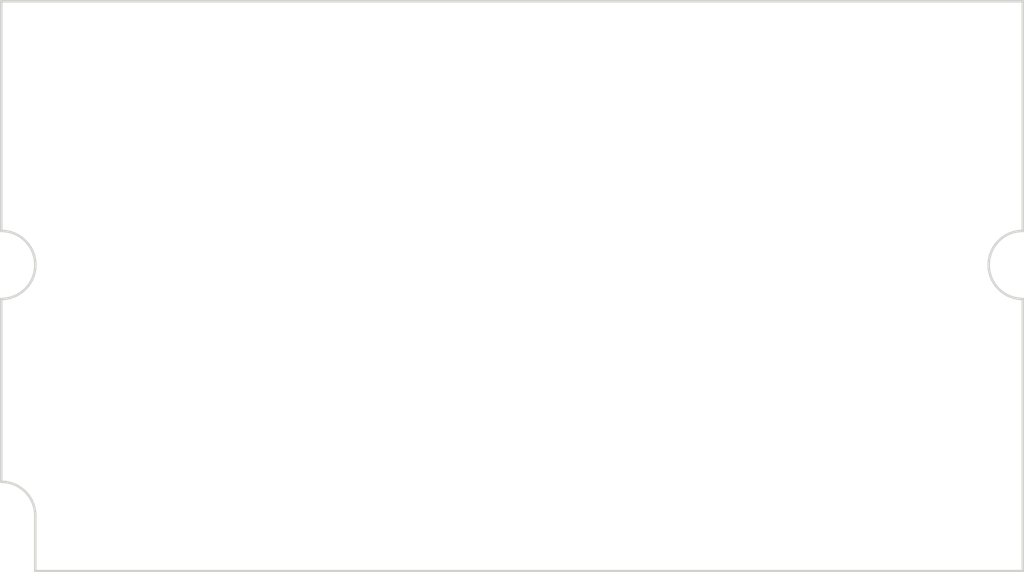
<source format=kicad_pcb>
(kicad_pcb (version 4) (host pcbnew 4.0.7)

  (general
    (links 0)
    (no_connects 0)
    (area 139.924999 66.424999 200.075001 100.075001)
    (thickness 1)
    (drawings 12)
    (tracks 0)
    (zones 0)
    (modules 0)
    (nets 1)
  )

  (page A4)
  (layers
    (0 F.Cu signal)
    (1 In1.Cu signal)
    (2 In2.Cu signal)
    (31 B.Cu signal)
    (32 B.Adhes user)
    (33 F.Adhes user)
    (34 B.Paste user)
    (35 F.Paste user)
    (36 B.SilkS user)
    (37 F.SilkS user)
    (38 B.Mask user)
    (39 F.Mask user)
    (40 Dwgs.User user)
    (41 Cmts.User user)
    (42 Eco1.User user)
    (43 Eco2.User user)
    (44 Edge.Cuts user)
    (45 Margin user)
    (46 B.CrtYd user)
    (47 F.CrtYd user)
    (48 B.Fab user)
    (49 F.Fab user)
  )

  (setup
    (last_trace_width 0.25)
    (trace_clearance 0.2)
    (zone_clearance 0.508)
    (zone_45_only no)
    (trace_min 0.2)
    (segment_width 0.2)
    (edge_width 0.15)
    (via_size 0.6)
    (via_drill 0.4)
    (via_min_size 0.4)
    (via_min_drill 0.3)
    (uvia_size 0.3)
    (uvia_drill 0.1)
    (uvias_allowed no)
    (uvia_min_size 0.2)
    (uvia_min_drill 0.1)
    (pcb_text_width 0.3)
    (pcb_text_size 1.5 1.5)
    (mod_edge_width 0.15)
    (mod_text_size 1 1)
    (mod_text_width 0.15)
    (pad_size 1.524 1.524)
    (pad_drill 0.762)
    (pad_to_mask_clearance 0.2)
    (aux_axis_origin 0 0)
    (visible_elements FFFFFF7F)
    (pcbplotparams
      (layerselection 0x00030_80000001)
      (usegerberextensions false)
      (excludeedgelayer true)
      (linewidth 0.100000)
      (plotframeref false)
      (viasonmask false)
      (mode 1)
      (useauxorigin false)
      (hpglpennumber 1)
      (hpglpenspeed 20)
      (hpglpendiameter 15)
      (hpglpenoverlay 2)
      (psnegative false)
      (psa4output false)
      (plotreference true)
      (plotvalue true)
      (plotinvisibletext false)
      (padsonsilk false)
      (subtractmaskfromsilk false)
      (outputformat 1)
      (mirror false)
      (drillshape 1)
      (scaleselection 1)
      (outputdirectory ""))
  )

  (net 0 "")

  (net_class Default "This is the default net class."
    (clearance 0.2)
    (trace_width 0.25)
    (via_dia 0.6)
    (via_drill 0.4)
    (uvia_dia 0.3)
    (uvia_drill 0.1)
  )

  (gr_line (start 200 66.5) (end 200 80) (angle 90) (layer Edge.Cuts) (width 0.15))
  (gr_line (start 140 66.5) (end 200 66.5) (angle 90) (layer Edge.Cuts) (width 0.15))
  (gr_line (start 140 80) (end 140 66.5) (angle 90) (layer Edge.Cuts) (width 0.15))
  (gr_arc (start 140 82) (end 140 80) (angle 90) (layer Edge.Cuts) (width 0.15))
  (gr_arc (start 140 82) (end 142 82) (angle 90) (layer Edge.Cuts) (width 0.15))
  (gr_arc (start 200 82) (end 198 82) (angle 90) (layer Edge.Cuts) (width 0.15))
  (gr_arc (start 200 82) (end 200 84) (angle 90) (layer Edge.Cuts) (width 0.15))
  (gr_line (start 140 94.75) (end 140 84) (angle 90) (layer Edge.Cuts) (width 0.15))
  (gr_line (start 200 100) (end 200 84) (angle 90) (layer Edge.Cuts) (width 0.15))
  (gr_arc (start 140 96.75) (end 140 94.75) (angle 90) (layer Edge.Cuts) (width 0.15))
  (gr_line (start 142 100) (end 142 96.75) (angle 90) (layer Edge.Cuts) (width 0.15))
  (gr_line (start 200 100) (end 142 100) (angle 90) (layer Edge.Cuts) (width 0.15))

)

</source>
